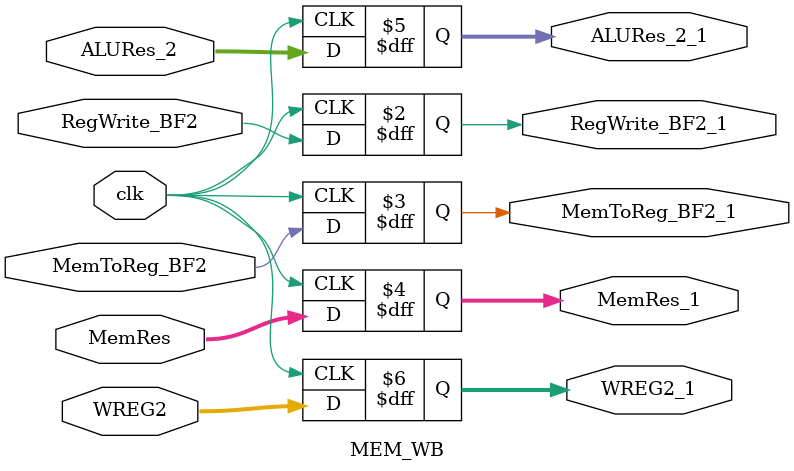
<source format=v>
`timescale 1ns / 1ns

module MEM_WB(
	input RegWrite_BF2,
	input	MemToReg_BF2,
	input	[31:0]MemRes,
	input [31:0]ALURes_2,
	input [4:0]WREG2,
	input clk,
	output reg RegWrite_BF2_1,
	output reg	MemToReg_BF2_1,
	output reg	[31:0]MemRes_1,
	output reg [31:0]ALURes_2_1,
	output reg [4:0]WREG2_1
	
    );

always @(posedge clk)
begin

RegWrite_BF2_1 = RegWrite_BF2;
MemToReg_BF2_1 = MemToReg_BF2;
MemRes_1 = MemRes;
ALURes_2_1 = ALURes_2;
WREG2_1 = WREG2;

end
endmodule


</source>
